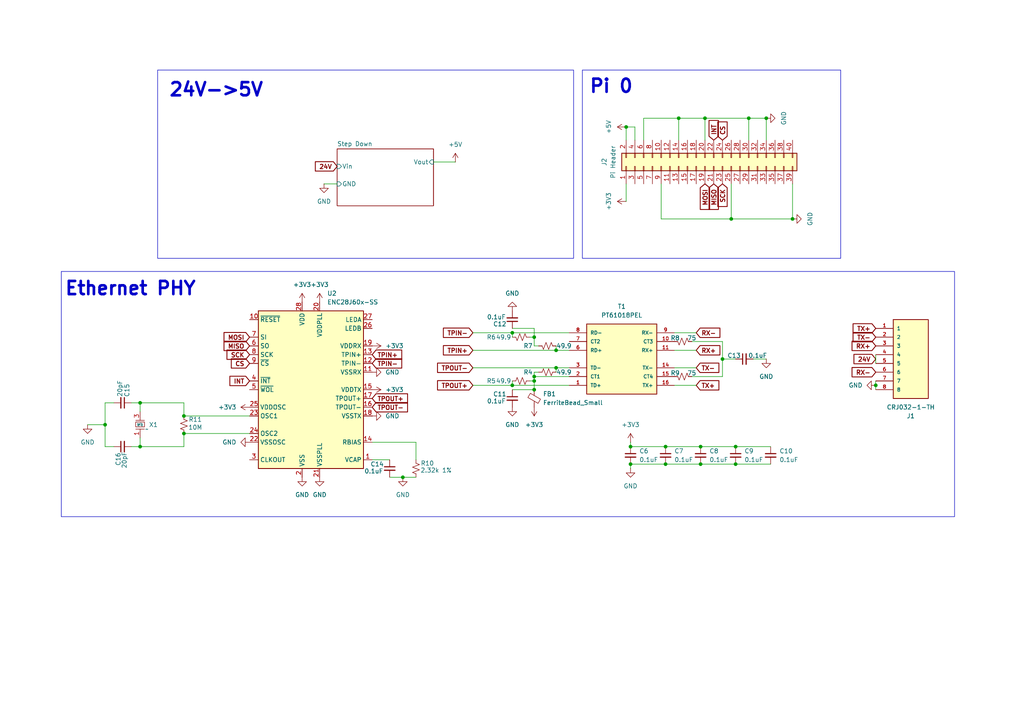
<source format=kicad_sch>
(kicad_sch (version 20231120) (generator "eeschema") (generator_version "8.0")
  (paper "A4")
  (lib_symbols
    (symbol "AusOcean:CRJ032-1-TH" (pin_names (offset 1.016))
      (property "Reference" "J" (at -5.08 11.43 0))
      (property "Value" "CRJ032-1-TH" (at -5.08 -15.24 0))
      (symbol "CRJ032-1-TH_0_0"
        (rectangle (start -5.08 -12.7) (end 5.08 10.16) (stroke (width 0.254)) (fill (type background)))
        (pin passive line (at -10.16 7.62 0) (length 5.08) (name "1") (number "1"))
        (pin passive line (at -10.16 5.08 0) (length 5.08) (name "2") (number "2"))
        (pin passive line (at -10.16 2.54 0) (length 5.08) (name "3") (number "3"))
        (pin passive line (at -10.16 0 0) (length 5.08) (name "4") (number "4"))
        (pin passive line (at -10.16 -2.54 0) (length 5.08) (name "5") (number "5"))
        (pin passive line (at -10.16 -5.08 0) (length 5.08) (name "6") (number "6"))
        (pin passive line (at -10.16 -7.62 0) (length 5.08) (name "7") (number "7"))
        (pin passive line (at -10.16 -10.16 0) (length 5.08) (name "8") (number "8"))
      )
    )
    (symbol "AusOcean:PT61018PEL" (pin_names (offset 1.016))
      (property "Reference" "T" (at -10.16 11.43 0))
      (property "Value" "PT61018PEL" (at -10.1614 -12.7027 0))
      (symbol "PT61018PEL_0_0"
        (rectangle (start -10.16 -10.16) (end 10.16 10.16) (stroke (width 0.254)) (fill (type background)))
        (pin passive line (at -15.24 7.62 0) (length 5.08) (name "TD+") (number "1"))
        (pin passive line (at 15.24 -5.08 180) (length 5.08) (name "CT3") (number "10"))
        (pin passive line (at 15.24 -2.54 180) (length 5.08) (name "RX+") (number "11"))
        (pin passive line (at 15.24 2.54 180) (length 5.08) (name "TX-") (number "14"))
        (pin passive line (at 15.24 5.08 180) (length 5.08) (name "CT4") (number "15"))
        (pin passive line (at 15.24 7.62 180) (length 5.08) (name "TX+") (number "16"))
        (pin passive line (at -15.24 5.08 0) (length 5.08) (name "CT1") (number "2"))
        (pin passive line (at -15.24 2.54 0) (length 5.08) (name "TD-") (number "3"))
        (pin passive line (at -15.24 -2.54 0) (length 5.08) (name "RD+") (number "6"))
        (pin passive line (at -15.24 -5.08 0) (length 5.08) (name "CT2") (number "7"))
        (pin passive line (at -15.24 -7.62 0) (length 5.08) (name "RD-") (number "8"))
        (pin passive line (at 15.24 -7.62 180) (length 5.08) (name "RX-") (number "9"))
      )
    )
    (symbol "AusOcean:X322525MOB4SI"
      (property "Reference" "X" (at 0 0 0))
      (symbol "X322525MOB4SI_0_1"
        (polyline (pts (xy 2.54 3.81) (xy 2.54 1.27)))
        (polyline (pts (xy 5.08 3.81) (xy 5.08 1.27)))
        (rectangle (start 3.1792 3.81) (end 4.6036 1.27))
      )
      (symbol "X322525MOB4SI_1_1"
        (pin bidirectional line (at 0 2.54 0) (length 2.54) (name "1") (number "1"))
        (pin bidirectional line (at 0 -3.81 0) (length 2.54) hide (name "2") (number "2"))
        (pin bidirectional line (at 7.62 2.54 180) (length 2.54) (name "3") (number "3"))
        (pin bidirectional line (at 7.62 -3.81 180) (length 2.54) hide (name "4") (number "4"))
      )
    )
    (symbol "Connector_Generic:Conn_02x20_Odd_Even" (pin_names (offset 1.016) hide)
      (property "Reference" "J" (at 1.27 25.4 0))
      (property "Value" "Conn_02x20_Odd_Even" (at 1.27 -27.94 0))
      (symbol "Conn_02x20_Odd_Even_1_1"
        (rectangle (start -1.27 -25.273) (end 0 -25.527) (stroke (width 0.1524)))
        (rectangle (start -1.27 -22.733) (end 0 -22.987) (stroke (width 0.1524)))
        (rectangle (start -1.27 -20.193) (end 0 -20.447) (stroke (width 0.1524)))
        (rectangle (start -1.27 -17.653) (end 0 -17.907) (stroke (width 0.1524)))
        (rectangle (start -1.27 -15.113) (end 0 -15.367) (stroke (width 0.1524)))
        (rectangle (start -1.27 -12.573) (end 0 -12.827) (stroke (width 0.1524)))
        (rectangle (start -1.27 -10.033) (end 0 -10.287) (stroke (width 0.1524)))
        (rectangle (start -1.27 -7.493) (end 0 -7.747) (stroke (width 0.1524)))
        (rectangle (start -1.27 -4.953) (end 0 -5.207) (stroke (width 0.1524)))
        (rectangle (start -1.27 -2.413) (end 0 -2.667) (stroke (width 0.1524)))
        (rectangle (start -1.27 0.127) (end 0 -0.127) (stroke (width 0.1524)))
        (rectangle (start -1.27 2.667) (end 0 2.413) (stroke (width 0.1524)))
        (rectangle (start -1.27 5.207) (end 0 4.953) (stroke (width 0.1524)))
        (rectangle (start -1.27 7.747) (end 0 7.493) (stroke (width 0.1524)))
        (rectangle (start -1.27 10.287) (end 0 10.033) (stroke (width 0.1524)))
        (rectangle (start -1.27 12.827) (end 0 12.573) (stroke (width 0.1524)))
        (rectangle (start -1.27 15.367) (end 0 15.113) (stroke (width 0.1524)))
        (rectangle (start -1.27 17.907) (end 0 17.653) (stroke (width 0.1524)))
        (rectangle (start -1.27 20.447) (end 0 20.193) (stroke (width 0.1524)))
        (rectangle (start -1.27 22.987) (end 0 22.733) (stroke (width 0.1524)))
        (rectangle (start -1.27 24.13) (end 3.81 -26.67) (stroke (width 0.254)) (fill (type background)))
        (rectangle (start 3.81 -25.273) (end 2.54 -25.527) (stroke (width 0.1524)))
        (rectangle (start 3.81 -22.733) (end 2.54 -22.987) (stroke (width 0.1524)))
        (rectangle (start 3.81 -20.193) (end 2.54 -20.447) (stroke (width 0.1524)))
        (rectangle (start 3.81 -17.653) (end 2.54 -17.907) (stroke (width 0.1524)))
        (rectangle (start 3.81 -15.113) (end 2.54 -15.367) (stroke (width 0.1524)))
        (rectangle (start 3.81 -12.573) (end 2.54 -12.827) (stroke (width 0.1524)))
        (rectangle (start 3.81 -10.033) (end 2.54 -10.287) (stroke (width 0.1524)))
        (rectangle (start 3.81 -7.493) (end 2.54 -7.747) (stroke (width 0.1524)))
        (rectangle (start 3.81 -4.953) (end 2.54 -5.207) (stroke (width 0.1524)))
        (rectangle (start 3.81 -2.413) (end 2.54 -2.667) (stroke (width 0.1524)))
        (rectangle (start 3.81 0.127) (end 2.54 -0.127) (stroke (width 0.1524)))
        (rectangle (start 3.81 2.667) (end 2.54 2.413) (stroke (width 0.1524)))
        (rectangle (start 3.81 5.207) (end 2.54 4.953) (stroke (width 0.1524)))
        (rectangle (start 3.81 7.747) (end 2.54 7.493) (stroke (width 0.1524)))
        (rectangle (start 3.81 10.287) (end 2.54 10.033) (stroke (width 0.1524)))
        (rectangle (start 3.81 12.827) (end 2.54 12.573) (stroke (width 0.1524)))
        (rectangle (start 3.81 15.367) (end 2.54 15.113) (stroke (width 0.1524)))
        (rectangle (start 3.81 17.907) (end 2.54 17.653) (stroke (width 0.1524)))
        (rectangle (start 3.81 20.447) (end 2.54 20.193) (stroke (width 0.1524)))
        (rectangle (start 3.81 22.987) (end 2.54 22.733) (stroke (width 0.1524)))
        (pin passive line (at -5.08 22.86 0) (length 3.81) (name "Pin_1") (number "1"))
        (pin passive line (at 7.62 12.7 180) (length 3.81) (name "Pin_10") (number "10"))
        (pin passive line (at -5.08 10.16 0) (length 3.81) (name "Pin_11") (number "11"))
        (pin passive line (at 7.62 10.16 180) (length 3.81) (name "Pin_12") (number "12"))
        (pin passive line (at -5.08 7.62 0) (length 3.81) (name "Pin_13") (number "13"))
        (pin passive line (at 7.62 7.62 180) (length 3.81) (name "Pin_14") (number "14"))
        (pin passive line (at -5.08 5.08 0) (length 3.81) (name "Pin_15") (number "15"))
        (pin passive line (at 7.62 5.08 180) (length 3.81) (name "Pin_16") (number "16"))
        (pin passive line (at -5.08 2.54 0) (length 3.81) (name "Pin_17") (number "17"))
        (pin passive line (at 7.62 2.54 180) (length 3.81) (name "Pin_18") (number "18"))
        (pin passive line (at -5.08 0 0) (length 3.81) (name "Pin_19") (number "19"))
        (pin passive line (at 7.62 22.86 180) (length 3.81) (name "Pin_2") (number "2"))
        (pin passive line (at 7.62 0 180) (length 3.81) (name "Pin_20") (number "20"))
        (pin passive line (at -5.08 -2.54 0) (length 3.81) (name "Pin_21") (number "21"))
        (pin passive line (at 7.62 -2.54 180) (length 3.81) (name "Pin_22") (number "22"))
        (pin passive line (at -5.08 -5.08 0) (length 3.81) (name "Pin_23") (number "23"))
        (pin passive line (at 7.62 -5.08 180) (length 3.81) (name "Pin_24") (number "24"))
        (pin passive line (at -5.08 -7.62 0) (length 3.81) (name "Pin_25") (number "25"))
        (pin passive line (at 7.62 -7.62 180) (length 3.81) (name "Pin_26") (number "26"))
        (pin passive line (at -5.08 -10.16 0) (length 3.81) (name "Pin_27") (number "27"))
        (pin passive line (at 7.62 -10.16 180) (length 3.81) (name "Pin_28") (number "28"))
        (pin passive line (at -5.08 -12.7 0) (length 3.81) (name "Pin_29") (number "29"))
        (pin passive line (at -5.08 20.32 0) (length 3.81) (name "Pin_3") (number "3"))
        (pin passive line (at 7.62 -12.7 180) (length 3.81) (name "Pin_30") (number "30"))
        (pin passive line (at -5.08 -15.24 0) (length 3.81) (name "Pin_31") (number "31"))
        (pin passive line (at 7.62 -15.24 180) (length 3.81) (name "Pin_32") (number "32"))
        (pin passive line (at -5.08 -17.78 0) (length 3.81) (name "Pin_33") (number "33"))
        (pin passive line (at 7.62 -17.78 180) (length 3.81) (name "Pin_34") (number "34"))
        (pin passive line (at -5.08 -20.32 0) (length 3.81) (name "Pin_35") (number "35"))
        (pin passive line (at 7.62 -20.32 180) (length 3.81) (name "Pin_36") (number "36"))
        (pin passive line (at -5.08 -22.86 0) (length 3.81) (name "Pin_37") (number "37"))
        (pin passive line (at 7.62 -22.86 180) (length 3.81) (name "Pin_38") (number "38"))
        (pin passive line (at -5.08 -25.4 0) (length 3.81) (name "Pin_39") (number "39"))
        (pin passive line (at 7.62 20.32 180) (length 3.81) (name "Pin_4") (number "4"))
        (pin passive line (at 7.62 -25.4 180) (length 3.81) (name "Pin_40") (number "40"))
        (pin passive line (at -5.08 17.78 0) (length 3.81) (name "Pin_5") (number "5"))
        (pin passive line (at 7.62 17.78 180) (length 3.81) (name "Pin_6") (number "6"))
        (pin passive line (at -5.08 15.24 0) (length 3.81) (name "Pin_7") (number "7"))
        (pin passive line (at 7.62 15.24 180) (length 3.81) (name "Pin_8") (number "8"))
        (pin passive line (at -5.08 12.7 0) (length 3.81) (name "Pin_9") (number "9"))
      )
    )
    (symbol "Device:C_Small" (pin_numbers hide) (pin_names (offset 0.254) hide)
      (property "Reference" "C" (at 0.254 1.778 0))
      (property "Value" "C_Small" (at 0.254 -2.032 0))
      (symbol "C_Small_0_1"
        (polyline (pts (xy -1.524 -0.508) (xy 1.524 -0.508)) (stroke (width 0.3302)))
        (polyline (pts (xy -1.524 0.508) (xy 1.524 0.508)) (stroke (width 0.3048)))
      )
      (symbol "C_Small_1_1"
        (pin passive line (at 0 2.54 270) (length 2.032) (name "~") (number "1"))
        (pin passive line (at 0 -2.54 90) (length 2.032) (name "~") (number "2"))
      )
    )
    (symbol "Device:FerriteBead_Small" (pin_numbers hide) (pin_names (offset 0))
      (property "Reference" "FB" (at 1.905 1.27 0))
      (property "Value" "FerriteBead_Small" (at 1.905 -1.27 0))
      (symbol "FerriteBead_Small_0_1"
        (polyline (pts (xy 0 -1.27) (xy 0 -0.7874)))
        (polyline (pts (xy 0 0.889) (xy 0 1.2954)))
        (polyline (pts (xy -1.8288 0.2794) (xy -1.1176 1.4986) (xy 1.8288 -0.2032) (xy 1.1176 -1.4224) (xy -1.8288 0.2794)))
      )
      (symbol "FerriteBead_Small_1_1"
        (pin passive line (at 0 2.54 270) (length 1.27) (name "~") (number "1"))
        (pin passive line (at 0 -2.54 90) (length 1.27) (name "~") (number "2"))
      )
    )
    (symbol "Device:R_Small_US" (pin_numbers hide) (pin_names (offset 0.254) hide)
      (property "Reference" "R" (at 0.762 0.508 0))
      (property "Value" "R_Small_US" (at 0.762 -1.016 0))
      (symbol "R_Small_US_1_1"
        (polyline (pts (xy 0 0) (xy 1.016 -0.381) (xy 0 -0.762) (xy -1.016 -1.143) (xy 0 -1.524)))
        (polyline (pts (xy 0 1.524) (xy 1.016 1.143) (xy 0 0.762) (xy -1.016 0.381) (xy 0 0)))
        (pin passive line (at 0 2.54 270) (length 1.016) (name "~") (number "1"))
        (pin passive line (at 0 -2.54 90) (length 1.016) (name "~") (number "2"))
      )
    )
    (symbol "Interface_Ethernet:ENC28J60x-SS"
      (property "Reference" "U" (at -13.97 24.13 0))
      (property "Value" "ENC28J60x-SS" (at 5.08 24.13 0))
      (symbol "ENC28J60x-SS_0_1"
        (rectangle (start -15.24 22.86) (end 15.24 -22.86) (stroke (width 0.254)) (fill (type background)))
      )
      (symbol "ENC28J60x-SS_1_1"
        (pin input line (at 17.78 -20.32 180) (length 2.54) (name "VCAP") (number "1"))
        (pin input line (at -17.78 20.32 0) (length 2.54) (name "~{RESET}") (number "10"))
        (pin power_in line (at 17.78 5.08 180) (length 2.54) (name "VSSRX") (number "11"))
        (pin input line (at 17.78 7.62 180) (length 2.54) (name "TPIN-") (number "12"))
        (pin input line (at 17.78 10.16 180) (length 2.54) (name "TPIN+") (number "13"))
        (pin input line (at 17.78 -15.24 180) (length 2.54) (name "RBIAS") (number "14"))
        (pin power_in line (at 17.78 0 180) (length 2.54) (name "VDDTX") (number "15"))
        (pin output line (at 17.78 -5.08 180) (length 2.54) (name "TPOUT-") (number "16"))
        (pin output line (at 17.78 -2.54 180) (length 2.54) (name "TPOUT+") (number "17"))
        (pin power_in line (at 17.78 -7.62 180) (length 2.54) (name "VSSTX") (number "18"))
        (pin power_in line (at 17.78 12.7 180) (length 2.54) (name "VDDRX") (number "19"))
        (pin power_in line (at -2.54 -25.4 90) (length 2.54) (name "VSS") (number "2"))
        (pin power_in line (at 2.54 25.4 270) (length 2.54) (name "VDDPLL") (number "20"))
        (pin power_in line (at 2.54 -25.4 90) (length 2.54) (name "VSSPLL") (number "21"))
        (pin power_in line (at -17.78 -15.24 0) (length 2.54) (name "VSSOSC") (number "22"))
        (pin input line (at -17.78 -7.62 0) (length 2.54) (name "OSC1") (number "23"))
        (pin input line (at -17.78 -12.7 0) (length 2.54) (name "OSC2") (number "24"))
        (pin power_in line (at -17.78 -5.08 0) (length 2.54) (name "VDDOSC") (number "25"))
        (pin output line (at 17.78 17.78 180) (length 2.54) (name "LEDB") (number "26"))
        (pin output line (at 17.78 20.32 180) (length 2.54) (name "LEDA") (number "27"))
        (pin power_in line (at -2.54 25.4 270) (length 2.54) (name "VDD") (number "28"))
        (pin output line (at -17.78 -20.32 0) (length 2.54) (name "CLKOUT") (number "3"))
        (pin output line (at -17.78 2.54 0) (length 2.54) (name "~{INT}") (number "4"))
        (pin output line (at -17.78 0 0) (length 2.54) (name "~{WOL}") (number "5"))
        (pin output line (at -17.78 12.7 0) (length 2.54) (name "SO") (number "6"))
        (pin input line (at -17.78 15.24 0) (length 2.54) (name "SI") (number "7"))
        (pin input line (at -17.78 10.16 0) (length 2.54) (name "SCK") (number "8"))
        (pin input line (at -17.78 7.62 0) (length 2.54) (name "~{CS}") (number "9"))
      )
    )
    (symbol "power:+3V3" (power) (pin_numbers hide) (pin_names (offset 0) hide)
      (property "Value" "+3V3" (at 0 3.556 0))
      (symbol "+3V3_0_1"
        (polyline (pts (xy -0.762 1.27) (xy 0 2.54)))
        (polyline (pts (xy 0 0) (xy 0 2.54)))
        (polyline (pts (xy 0 2.54) (xy 0.762 1.27)))
      )
      (symbol "+3V3_1_1"
        (pin power_in line (at 0 0 90) (length 0) (name "~") (number "1"))
      )
    )
    (symbol "power:+5V" (power) (pin_numbers hide) (pin_names (offset 0) hide)
      (property "Value" "+5V" (at 0 3.556 0))
      (symbol "+5V_0_1"
        (polyline (pts (xy -0.762 1.27) (xy 0 2.54)))
        (polyline (pts (xy 0 0) (xy 0 2.54)))
        (polyline (pts (xy 0 2.54) (xy 0.762 1.27)))
      )
      (symbol "+5V_1_1"
        (pin power_in line (at 0 0 90) (length 0) (name "~") (number "1"))
      )
    )
    (symbol "power:GND" (power) (pin_numbers hide) (pin_names (offset 0) hide)
      (property "Value" "GND" (at 0 -3.81 0))
      (symbol "GND_0_1"
        (polyline (pts (xy 0 0) (xy 0 -1.27) (xy 1.27 -1.27) (xy 0 -2.54) (xy -1.27 -1.27) (xy 0 -1.27)))
      )
      (symbol "GND_1_1"
        (pin power_in line (at 0 0 270) (length 0) (name "~") (number "1"))
      )
    )
  )
  (junction (at 40.64 116.84))
  (junction (at 40.64 129.54))
  (junction (at 209.55 104.14))
  (junction (at 217.17 34.29))
  (junction (at 154.94 97.79))
  (junction (at 203.2 134.62))
  (junction (at 53.34 120.65))
  (junction (at 148.59 96.52))
  (junction (at 229.87 63.5))
  (junction (at 182.88 129.54))
  (junction (at 154.94 110.49))
  (junction (at 161.29 101.6))
  (junction (at 148.59 111.76))
  (junction (at 213.36 134.62))
  (junction (at 193.04 129.54))
  (junction (at 213.36 129.54))
  (junction (at 203.2 129.54))
  (junction (at 53.34 125.73))
  (junction (at 204.47 34.29))
  (junction (at 182.88 134.62))
  (junction (at 181.61 36.83))
  (junction (at 116.84 138.43))
  (junction (at 154.94 109.22))
  (junction (at 30.48 123.19))
  (junction (at 196.85 34.29))
  (junction (at 212.09 63.5))
  (junction (at 161.29 106.68))
  (junction (at 193.04 134.62))
  (junction (at 154.94 113.03))
  (junction (at 254 111.76))
  (junction (at 222.25 34.29))
  (wire (pts (xy 107.95 128.27) (xy 120.65 128.27)))
  (wire (pts (xy 196.85 34.29) (xy 204.47 34.29)))
  (wire (pts (xy 137.16 106.68) (xy 161.29 106.68)))
  (wire (pts (xy 161.29 101.6) (xy 165.1 101.6)))
  (wire (pts (xy 154.94 97.79) (xy 154.94 100.33)))
  (wire (pts (xy 229.87 63.5) (xy 229.87 53.34)))
  (wire (pts (xy 196.85 40.64) (xy 196.85 34.29)))
  (wire (pts (xy 191.77 63.5) (xy 212.09 63.5)))
  (wire (pts (xy 204.47 40.64) (xy 204.47 34.29)))
  (wire (pts (xy 120.65 128.27) (xy 120.65 133.35)))
  (wire (pts (xy 181.61 58.42) (xy 181.61 53.34)))
  (wire (pts (xy 137.16 111.76) (xy 148.59 111.76)))
  (wire (pts (xy 212.09 63.5) (xy 212.09 53.34)))
  (wire (pts (xy 161.29 106.68) (xy 165.1 106.68)))
  (wire (pts (xy 154.94 100.33) (xy 156.21 100.33)))
  (wire (pts (xy 40.64 129.54) (xy 53.34 129.54)))
  (wire (pts (xy 137.16 101.6) (xy 161.29 101.6)))
  (wire (pts (xy 38.1 129.54) (xy 40.64 129.54)))
  (wire (pts (xy 184.15 36.83) (xy 181.61 36.83)))
  (wire (pts (xy 161.29 106.68) (xy 161.29 107.95)))
  (wire (pts (xy 154.94 113.03) (xy 154.94 110.49)))
  (wire (pts (xy 53.34 120.65) (xy 72.39 120.65)))
  (wire (pts (xy 222.25 104.14) (xy 218.44 104.14)))
  (wire (pts (xy 209.55 109.22) (xy 200.66 109.22)))
  (wire (pts (xy 193.04 129.54) (xy 203.2 129.54)))
  (wire (pts (xy 200.66 99.06) (xy 209.55 99.06)))
  (wire (pts (xy 154.94 109.22) (xy 165.1 109.22)))
  (wire (pts (xy 203.2 129.54) (xy 213.36 129.54)))
  (wire (pts (xy 148.59 96.52) (xy 165.1 96.52)))
  (wire (pts (xy 40.64 116.84) (xy 40.64 119.38)))
  (wire (pts (xy 184.15 40.64) (xy 184.15 36.83)))
  (wire (pts (xy 186.69 40.64) (xy 186.69 34.29)))
  (wire (pts (xy 213.36 134.62) (xy 223.52 134.62)))
  (wire (pts (xy 154.94 107.95) (xy 156.21 107.95)))
  (wire (pts (xy 93.98 53.34) (xy 97.79 53.34)))
  (wire (pts (xy 116.84 138.43) (xy 120.65 138.43)))
  (wire (pts (xy 209.55 104.14) (xy 209.55 109.22)))
  (wire (pts (xy 181.61 40.64) (xy 181.61 36.83)))
  (wire (pts (xy 113.03 138.43) (xy 116.84 138.43)))
  (wire (pts (xy 30.48 129.54) (xy 33.02 129.54)))
  (wire (pts (xy 153.67 97.79) (xy 154.94 97.79)))
  (wire (pts (xy 217.17 34.29) (xy 222.25 34.29)))
  (wire (pts (xy 195.58 101.6) (xy 201.93 101.6)))
  (wire (pts (xy 191.77 53.34) (xy 191.77 63.5)))
  (wire (pts (xy 182.88 135.89) (xy 182.88 134.62)))
  (wire (pts (xy 154.94 95.25) (xy 154.94 97.79)))
  (wire (pts (xy 209.55 104.14) (xy 213.36 104.14)))
  (wire (pts (xy 195.58 106.68) (xy 201.93 106.68)))
  (wire (pts (xy 254 113.03) (xy 254 111.76)))
  (wire (pts (xy 30.48 116.84) (xy 33.02 116.84)))
  (wire (pts (xy 148.59 111.76) (xy 165.1 111.76)))
  (wire (pts (xy 201.93 96.52) (xy 195.58 96.52)))
  (wire (pts (xy 38.1 116.84) (xy 40.64 116.84)))
  (wire (pts (xy 154.94 110.49) (xy 154.94 109.22)))
  (wire (pts (xy 148.59 96.52) (xy 148.59 97.79)))
  (wire (pts (xy 212.09 63.5) (xy 229.87 63.5)))
  (wire (pts (xy 161.29 101.6) (xy 161.29 100.33)))
  (wire (pts (xy 195.58 111.76) (xy 201.93 111.76)))
  (wire (pts (xy 53.34 116.84) (xy 53.34 120.65)))
  (wire (pts (xy 107.95 133.35) (xy 113.03 133.35)))
  (wire (pts (xy 72.39 125.73) (xy 53.34 125.73)))
  (wire (pts (xy 182.88 129.54) (xy 193.04 129.54)))
  (wire (pts (xy 222.25 40.64) (xy 222.25 34.29)))
  (wire (pts (xy 209.55 99.06) (xy 209.55 104.14)))
  (wire (pts (xy 148.59 111.76) (xy 148.59 110.49)))
  (wire (pts (xy 193.04 134.62) (xy 203.2 134.62)))
  (wire (pts (xy 148.59 95.25) (xy 154.94 95.25)))
  (wire (pts (xy 186.69 34.29) (xy 196.85 34.29)))
  (wire (pts (xy 125.73 46.99) (xy 132.08 46.99)))
  (wire (pts (xy 182.88 134.62) (xy 193.04 134.62)))
  (wire (pts (xy 30.48 123.19) (xy 30.48 129.54)))
  (wire (pts (xy 254 111.76) (xy 254 110.49)))
  (wire (pts (xy 204.47 34.29) (xy 217.17 34.29)))
  (wire (pts (xy 217.17 40.64) (xy 217.17 34.29)))
  (wire (pts (xy 137.16 96.52) (xy 148.59 96.52)))
  (wire (pts (xy 154.94 109.22) (xy 154.94 107.95)))
  (wire (pts (xy 213.36 129.54) (xy 223.52 129.54)))
  (wire (pts (xy 153.67 110.49) (xy 154.94 110.49)))
  (wire (pts (xy 25.4 123.19) (xy 30.48 123.19)))
  (wire (pts (xy 182.88 128.27) (xy 182.88 129.54)))
  (wire (pts (xy 30.48 116.84) (xy 30.48 123.19)))
  (wire (pts (xy 53.34 125.73) (xy 53.34 129.54)))
  (wire (pts (xy 40.64 116.84) (xy 53.34 116.84)))
  (wire (pts (xy 203.2 134.62) (xy 213.36 134.62)))
  (wire (pts (xy 254 105.41) (xy 254 102.87)))
  (wire (pts (xy 40.64 127) (xy 40.64 129.54)))
  (wire (pts (xy 148.59 113.03) (xy 154.94 113.03)))
  (rectangle (start 168.91 20.32) (end 243.84 74.93))
  (rectangle (start 45.72 20.32) (end 166.37 74.93))
  (rectangle (start 17.78 78.74) (end 276.86 149.86))
  (text "24V->5V\n" (at 62.738 26.162 0) (effects (font (size 3.81 3.81) (thickness 0.762) (bold yes))))
  (text "Ethernet PHY" (at 37.846 83.82 0) (effects (font (size 3.81 3.81) (thickness 0.762) (bold yes))))
  (text "Pi 0" (at 177.292 25.146 0) (effects (font (size 3.81 3.81) (thickness 0.762) (bold yes))))
  (global_label "RX-" (shape input) (at 201.93 96.52 0) (effects (font (bold yes))) (property "Intersheetrefs" "${INTERSHEET_REFS}" (effects (hide yes))))
  (global_label "TPOUT-" (shape input) (at 107.95 118.11 0) (effects (font (bold yes))) (property "Intersheetrefs" "${INTERSHEET_REFS}" (effects (hide yes))))
  (global_label "SCK" (shape input) (at 72.39 102.87 180) (effects (font (bold yes))) (property "Intersheetrefs" "${INTERSHEET_REFS}" (effects (hide yes))))
  (global_label "24V" (shape input) (at 97.79 48.26 180) (effects (font (bold yes))) (property "Intersheetrefs" "${INTERSHEET_REFS}" (effects (hide yes))))
  (global_label "INT" (shape input) (at 72.39 110.49 180) (effects (font (bold yes))) (property "Intersheetrefs" "${INTERSHEET_REFS}" (effects (hide yes))))
  (global_label "INT" (shape input) (at 207.01 40.64 90) (effects (font (bold yes))) (property "Intersheetrefs" "${INTERSHEET_REFS}" (effects (hide yes))))
  (global_label "RX+" (shape input) (at 254 100.33 180) (effects (font (bold yes))) (property "Intersheetrefs" "${INTERSHEET_REFS}" (effects (hide yes))))
  (global_label "TPOUT+" (shape input) (at 137.16 111.76 180) (effects (font (bold yes))) (property "Intersheetrefs" "${INTERSHEET_REFS}" (effects (hide yes))))
  (global_label "SCK" (shape input) (at 209.55 53.34 270) (effects (font (bold yes))) (property "Intersheetrefs" "${INTERSHEET_REFS}" (effects (hide yes))))
  (global_label "TX-" (shape input) (at 254 97.79 180) (effects (font (bold yes))) (property "Intersheetrefs" "${INTERSHEET_REFS}" (effects (hide yes))))
  (global_label "RX+" (shape input) (at 201.93 101.6 0) (effects (font (bold yes))) (property "Intersheetrefs" "${INTERSHEET_REFS}" (effects (hide yes))))
  (global_label "TPIN-" (shape input) (at 107.95 105.41 0) (effects (font (bold yes))) (property "Intersheetrefs" "${INTERSHEET_REFS}" (effects (hide yes))))
  (global_label "MISO" (shape input) (at 72.39 100.33 180) (effects (font (bold yes))) (property "Intersheetrefs" "${INTERSHEET_REFS}" (effects (hide yes))))
  (global_label "TX+" (shape input) (at 201.93 111.76 0) (effects (font (bold yes))) (property "Intersheetrefs" "${INTERSHEET_REFS}" (effects (hide yes))))
  (global_label "TX+" (shape input) (at 254 95.25 180) (effects (font (bold yes))) (property "Intersheetrefs" "${INTERSHEET_REFS}" (effects (hide yes))))
  (global_label "24V" (shape input) (at 254 104.14 180) (effects (font (bold yes))) (property "Intersheetrefs" "${INTERSHEET_REFS}" (effects (hide yes))))
  (global_label "CS" (shape input) (at 209.55 40.64 90) (effects (font (bold yes))) (property "Intersheetrefs" "${INTERSHEET_REFS}" (effects (hide yes))))
  (global_label "MOSI" (shape input) (at 204.47 53.34 270) (effects (font (bold yes))) (property "Intersheetrefs" "${INTERSHEET_REFS}" (effects (hide yes))))
  (global_label "TPOUT-" (shape input) (at 137.16 106.68 180) (effects (font (bold yes))) (property "Intersheetrefs" "${INTERSHEET_REFS}" (effects (hide yes))))
  (global_label "RX-" (shape input) (at 254 107.95 180) (effects (font (bold yes))) (property "Intersheetrefs" "${INTERSHEET_REFS}" (effects (hide yes))))
  (global_label "TPOUT+" (shape input) (at 107.95 115.57 0) (effects (font (bold yes))) (property "Intersheetrefs" "${INTERSHEET_REFS}" (effects (hide yes))))
  (global_label "TX-" (shape input) (at 201.93 106.68 0) (effects (font (bold yes))) (property "Intersheetrefs" "${INTERSHEET_REFS}" (effects (hide yes))))
  (global_label "TPIN-" (shape input) (at 137.16 96.52 180) (effects (font (bold yes))) (property "Intersheetrefs" "${INTERSHEET_REFS}" (effects (hide yes))))
  (global_label "CS" (shape input) (at 72.39 105.41 180) (effects (font (bold yes))) (property "Intersheetrefs" "${INTERSHEET_REFS}" (effects (hide yes))))
  (global_label "TPIN+" (shape input) (at 137.16 101.6 180) (effects (font (bold yes))) (property "Intersheetrefs" "${INTERSHEET_REFS}" (effects (hide yes))))
  (global_label "TPIN+" (shape input) (at 107.95 102.87 0) (effects (font (bold yes))) (property "Intersheetrefs" "${INTERSHEET_REFS}" (effects (hide yes))))
  (global_label "MISO" (shape input) (at 207.01 53.34 270) (effects (font (bold yes))) (property "Intersheetrefs" "${INTERSHEET_REFS}" (effects (hide yes))))
  (global_label "MOSI" (shape input) (at 72.39 97.79 180) (effects (font (bold yes))) (property "Intersheetrefs" "${INTERSHEET_REFS}" (effects (hide yes))))
  (symbol (lib_id "Device:R_Small_US") (at 198.12 109.22 90) (mirror x) (unit 1)
    (property "Reference" "R9" (at 195.834 108.204 90))
    (property "Value" "75" (at 200.66 108.204 90))
    (property "Footprint" "Resistor_SMD:R_0201_0603Metric" (effects (hide yes)))
    (property "Description" "Resistor, small US symbol" (effects (hide yes)))
  )
  (symbol (lib_id "AusOcean:X322525MOB4SI") (at 43.18 127 90) (unit 1)
    (property "Reference" "X1" (at 43.18 123.19 90) (effects (justify right)))
    (property "Value" "~" (at 43.18 124.46 90) (effects (justify left)))
    (property "Footprint" "AusOcean:X322525MOB4SI" (effects (hide yes)))
  )
  (symbol (lib_id "power:+5V") (at 181.61 36.83 90) (unit 1)
    (property "Reference" "#PWR01" (effects (hide yes)))
    (property "Value" "+5V" (at 176.53 36.83 0))
    (property "Description" "Power symbol creates a global label with name \"+5V\"" (effects (hide yes)))
  )
  (symbol (lib_id "Device:C_Small") (at 35.56 129.54 90) (unit 1)
    (property "Reference" "C16" (at 34.29 135.128 0) (effects (justify left)))
    (property "Value" "20pF" (at 36.068 135.89 0) (effects (justify left)))
    (property "Footprint" "Capacitor_SMD:C_0201_0603Metric" (effects (hide yes)))
    (property "Description" "Unpolarized capacitor, small symbol" (effects (hide yes)))
  )
  (symbol (lib_id "Device:R_Small_US") (at 198.12 99.06 90) (mirror x) (unit 1)
    (property "Reference" "R8" (at 195.834 98.044 90))
    (property "Value" "75" (at 200.66 98.044 90))
    (property "Footprint" "Resistor_SMD:R_0201_0603Metric" (effects (hide yes)))
    (property "Description" "Resistor, small US symbol" (effects (hide yes)))
  )
  (symbol (lib_id "power:+3V3") (at 87.63 87.63 0) (unit 1)
    (property "Reference" "#PWR019" (effects (hide yes)))
    (property "Value" "+3V3" (at 87.63 82.55 0))
    (property "Description" "Power symbol creates a global label with name \"+3V3\"" (effects (hide yes)))
  )
  (symbol (lib_id "Device:C_Small") (at 203.2 132.08 0) (unit 1)
    (property "Reference" "C8" (at 205.74 130.8162 0) (effects (justify left)))
    (property "Value" "0.1uF" (at 205.74 133.3562 0) (effects (justify left)))
    (property "Footprint" "Capacitor_SMD:C_0201_0603Metric" (effects (hide yes)))
    (property "Description" "Unpolarized capacitor, small symbol" (effects (hide yes)))
  )
  (symbol (lib_id "power:GND") (at 116.84 138.43 0) (unit 1)
    (property "Reference" "#PWR030" (effects (hide yes)))
    (property "Value" "GND" (at 116.84 143.51 0))
    (property "Description" "Power symbol creates a global label with name \"GND\" , ground" (effects (hide yes)))
  )
  (symbol (lib_id "power:GND") (at 87.63 138.43 0) (unit 1)
    (property "Reference" "#PWR013" (effects (hide yes)))
    (property "Value" "GND" (at 87.63 143.51 0))
    (property "Description" "Power symbol creates a global label with name \"GND\" , ground" (effects (hide yes)))
  )
  (symbol (lib_id "power:GND") (at 182.88 135.89 0) (unit 1)
    (property "Reference" "#PWR025" (effects (hide yes)))
    (property "Value" "GND" (at 182.88 140.97 0))
    (property "Description" "Power symbol creates a global label with name \"GND\" , ground" (effects (hide yes)))
  )
  (symbol (lib_id "Device:FerriteBead_Small") (at 154.94 115.57 0) (unit 1)
    (property "Reference" "FB1" (at 157.48 114.2618 0) (effects (justify left)))
    (property "Value" "FerriteBead_Small" (at 157.48 116.8018 0) (effects (justify left)))
    (property "Footprint" "Resistor_SMD:R_0603_1608Metric" (effects (hide yes)))
    (property "Description" "Ferrite bead, small symbol" (effects (hide yes)))
  )
  (symbol (lib_id "power:GND") (at 222.25 104.14 0) (unit 1)
    (property "Reference" "#PWR04" (effects (hide yes)))
    (property "Value" "GND" (at 222.25 109.22 0))
    (property "Description" "Power symbol creates a global label with name \"GND\" , ground" (effects (hide yes)))
  )
  (symbol (lib_id "Device:R_Small_US") (at 151.13 97.79 90) (mirror x) (unit 1)
    (property "Reference" "R6" (at 142.494 97.79 90))
    (property "Value" "49.9" (at 146.05 97.79 90))
    (property "Footprint" "Resistor_SMD:R_0201_0603Metric" (effects (hide yes)))
    (property "Description" "Resistor, small US symbol" (effects (hide yes)))
  )
  (symbol (lib_id "power:GND") (at 72.39 128.27 270) (unit 1)
    (property "Reference" "#PWR016" (effects (hide yes)))
    (property "Value" "GND" (at 68.58 128.2699 90) (effects (justify right)))
    (property "Description" "Power symbol creates a global label with name \"GND\" , ground" (effects (hide yes)))
  )
  (symbol (lib_id "Device:R_Small_US") (at 151.13 110.49 90) (unit 1)
    (property "Reference" "R5" (at 142.494 110.49 90))
    (property "Value" "49.9" (at 146.05 110.49 90))
    (property "Footprint" "Resistor_SMD:R_0201_0603Metric" (effects (hide yes)))
    (property "Description" "Resistor, small US symbol" (effects (hide yes)))
  )
  (symbol (lib_id "Device:R_Small_US") (at 158.75 107.95 90) (unit 1)
    (property "Reference" "R4" (at 153.162 107.95 90))
    (property "Value" "49.9" (at 163.576 107.95 90))
    (property "Footprint" "Resistor_SMD:R_0201_0603Metric" (effects (hide yes)))
    (property "Description" "Resistor, small US symbol" (effects (hide yes)))
  )
  (symbol (lib_id "Interface_Ethernet:ENC28J60x-SS") (at 90.17 113.03 0) (unit 1)
    (property "Reference" "U2" (at 94.9041 85.09 0) (effects (justify left)))
    (property "Value" "ENC28J60x-SS" (at 94.9041 87.63 0) (effects (justify left)))
    (property "Footprint" "Package_SO:SSOP-28_5.3x10.2mm_P0.65mm" (effects (hide yes)))
    (property "Datasheet" "http://ww1.microchip.com/downloads/en/devicedoc/39662e.pdf" (effects (hide yes)))
    (property "Description" "ENC28J60 Single Chip Ethernet Interface, SSOP-28" (effects (hide yes)))
  )
  (symbol (lib_id "power:+3V3") (at 107.95 113.03 270) (unit 1)
    (property "Reference" "#PWR022" (effects (hide yes)))
    (property "Value" "+3V3" (at 111.76 113.0299 90) (effects (justify left)))
    (property "Description" "Power symbol creates a global label with name \"+3V3\"" (effects (hide yes)))
  )
  (symbol (lib_id "Device:R_Small_US") (at 158.75 100.33 90) (mirror x) (unit 1)
    (property "Reference" "R7" (at 153.162 100.33 90))
    (property "Value" "49.9" (at 163.576 100.33 90))
    (property "Footprint" "Resistor_SMD:R_0201_0603Metric" (effects (hide yes)))
    (property "Description" "Resistor, small US symbol" (effects (hide yes)))
  )
  (symbol (lib_id "Device:C_Small") (at 35.56 116.84 270) (unit 1)
    (property "Reference" "C15" (at 36.83 111.252 0) (effects (justify left)))
    (property "Value" "20pF" (at 34.798 110.236 0) (effects (justify left)))
    (property "Footprint" "Capacitor_SMD:C_0201_0603Metric" (effects (hide yes)))
    (property "Description" "Unpolarized capacitor, small symbol" (effects (hide yes)))
  )
  (symbol (lib_id "power:GND") (at 148.59 90.17 0) (mirror x) (unit 1)
    (property "Reference" "#PWR028" (effects (hide yes)))
    (property "Value" "GND" (at 148.59 85.09 0))
    (property "Description" "Power symbol creates a global label with name \"GND\" , ground" (effects (hide yes)))
  )
  (symbol (lib_id "power:GND") (at 229.87 63.5 90) (unit 1)
    (property "Reference" "#PWR03" (effects (hide yes)))
    (property "Value" "GND" (at 234.95 63.5 0))
    (property "Description" "Power symbol creates a global label with name \"GND\" , ground" (effects (hide yes)))
  )
  (symbol (lib_id "power:GND") (at 93.98 53.34 0) (unit 1)
    (property "Reference" "#PWR032" (effects (hide yes)))
    (property "Value" "GND" (at 93.98 58.42 0))
    (property "Description" "Power symbol creates a global label with name \"GND\" , ground" (effects (hide yes)))
  )
  (symbol (lib_id "power:+5V") (at 132.08 46.99 0) (unit 1)
    (property "Reference" "#PWR033" (effects (hide yes)))
    (property "Value" "+5V" (at 132.08 41.91 0))
    (property "Description" "Power symbol creates a global label with name \"+5V\"" (effects (hide yes)))
  )
  (symbol (lib_id "Device:C_Small") (at 148.59 115.57 0) (unit 1)
    (property "Reference" "C11" (at 143.002 114.3 0) (effects (justify left)))
    (property "Value" "0.1uF" (at 141.224 116.332 0) (effects (justify left)))
    (property "Footprint" "Capacitor_SMD:C_0201_0603Metric" (effects (hide yes)))
    (property "Description" "Unpolarized capacitor, small symbol" (effects (hide yes)))
  )
  (symbol (lib_id "Device:C_Small") (at 223.52 132.08 0) (unit 1)
    (property "Reference" "C10" (at 226.06 130.8162 0) (effects (justify left)))
    (property "Value" "0.1uF" (at 226.06 133.3562 0) (effects (justify left)))
    (property "Footprint" "Capacitor_SMD:C_0201_0603Metric" (effects (hide yes)))
    (property "Description" "Unpolarized capacitor, small symbol" (effects (hide yes)))
  )
  (symbol (lib_id "Device:C_Small") (at 193.04 132.08 0) (unit 1)
    (property "Reference" "C7" (at 195.58 130.8162 0) (effects (justify left)))
    (property "Value" "0.1uF" (at 195.58 133.3562 0) (effects (justify left)))
    (property "Footprint" "Capacitor_SMD:C_0201_0603Metric" (effects (hide yes)))
    (property "Description" "Unpolarized capacitor, small symbol" (effects (hide yes)))
  )
  (symbol (lib_id "power:GND") (at 107.95 107.95 90) (unit 1)
    (property "Reference" "#PWR014" (effects (hide yes)))
    (property "Value" "GND" (at 111.76 107.9499 90) (effects (justify right)))
    (property "Description" "Power symbol creates a global label with name \"GND\" , ground" (effects (hide yes)))
  )
  (symbol (lib_id "Device:C_Small") (at 148.59 92.71 0) (mirror x) (unit 1)
    (property "Reference" "C12" (at 143.002 93.98 0) (effects (justify left)))
    (property "Value" "0.1uF" (at 141.224 91.948 0) (effects (justify left)))
    (property "Footprint" "Capacitor_SMD:C_0201_0603Metric" (effects (hide yes)))
    (property "Description" "Unpolarized capacitor, small symbol" (effects (hide yes)))
  )
  (symbol (lib_id "AusOcean:PT61018PEL") (at 180.34 104.14 0) (mirror x) (unit 1)
    (property "Reference" "T1" (at 180.34 88.9 0))
    (property "Value" "PT61018PEL" (at 180.34 91.44 0))
    (property "Footprint" "AusOcean:XFMR_PT61018PEL" (effects (hide yes)))
    (property "PARTREV" "05/14" (effects (hide yes)))
    (property "STANDARD" "Manufacturer Recommendations" (effects (hide yes)))
    (property "MAXIMUM_PACKAGE_HEIGHT" "5.65 mm" (effects (hide yes)))
    (property "MANUFACTURER" "Bourns" (effects (hide yes)))
  )
  (symbol (lib_id "Device:C_Small") (at 182.88 132.08 0) (unit 1)
    (property "Reference" "C6" (at 185.42 130.8162 0) (effects (justify left)))
    (property "Value" "0.1uF" (at 185.42 133.3562 0) (effects (justify left)))
    (property "Footprint" "Capacitor_SMD:C_0201_0603Metric" (effects (hide yes)))
    (property "Description" "Unpolarized capacitor, small symbol" (effects (hide yes)))
  )
  (symbol (lib_id "power:GND") (at 148.59 118.11 0) (unit 1)
    (property "Reference" "#PWR027" (effects (hide yes)))
    (property "Value" "GND" (at 148.59 123.19 0))
    (property "Description" "Power symbol creates a global label with name \"GND\" , ground" (effects (hide yes)))
  )
  (symbol (lib_id "Device:C_Small") (at 215.9 104.14 90) (unit 1)
    (property "Reference" "C13" (at 214.884 103.124 90) (effects (justify left)))
    (property "Value" "0.1uF" (at 222.504 103.124 90) (effects (justify left)))
    (property "Footprint" "Capacitor_SMD:C_0201_0603Metric" (effects (hide yes)))
    (property "Description" "Unpolarized capacitor, small symbol" (effects (hide yes)))
  )
  (symbol (lib_id "power:GND") (at 254 111.76 270) (unit 1)
    (property "Reference" "#PWR029" (effects (hide yes)))
    (property "Value" "GND" (at 250.19 111.7601 90) (effects (justify right)))
    (property "Description" "Power symbol creates a global label with name \"GND\" , ground" (effects (hide yes)))
  )
  (symbol (lib_id "power:+3V3") (at 107.95 100.33 270) (unit 1)
    (property "Reference" "#PWR021" (effects (hide yes)))
    (property "Value" "+3V3" (at 111.76 100.3299 90) (effects (justify left)))
    (property "Description" "Power symbol creates a global label with name \"+3V3\"" (effects (hide yes)))
  )
  (symbol (lib_id "Device:R_Small_US") (at 120.65 135.89 180) (unit 1)
    (property "Reference" "R10" (at 123.952 134.366 0))
    (property "Value" "2.32k 1%" (at 126.492 136.398 0))
    (property "Footprint" "Resistor_SMD:R_0201_0603Metric" (effects (hide yes)))
    (property "Description" "Resistor, small US symbol" (effects (hide yes)))
  )
  (symbol (lib_id "power:+3V3") (at 182.88 128.27 0) (unit 1)
    (property "Reference" "#PWR024" (effects (hide yes)))
    (property "Value" "+3V3" (at 182.88 123.19 0))
    (property "Description" "Power symbol creates a global label with name \"+3V3\"" (effects (hide yes)))
  )
  (symbol (lib_id "power:+3V3") (at 72.39 118.11 90) (unit 1)
    (property "Reference" "#PWR023" (effects (hide yes)))
    (property "Value" "+3V3" (at 68.58 118.1099 90) (effects (justify left)))
    (property "Description" "Power symbol creates a global label with name \"+3V3\"" (effects (hide yes)))
  )
  (symbol (lib_id "power:GND") (at 222.25 34.29 90) (unit 1)
    (property "Reference" "#PWR02" (effects (hide yes)))
    (property "Value" "GND" (at 227.33 34.29 0))
    (property "Description" "Power symbol creates a global label with name \"GND\" , ground" (effects (hide yes)))
  )
  (symbol (lib_id "Device:R_Small_US") (at 53.34 123.19 180) (unit 1)
    (property "Reference" "R11" (at 56.642 121.666 0))
    (property "Value" "10M" (at 56.642 123.952 0))
    (property "Footprint" "Resistor_SMD:R_0201_0603Metric" (effects (hide yes)))
    (property "Description" "Resistor, small US symbol" (effects (hide yes)))
  )
  (symbol (lib_id "power:+3V3") (at 154.94 118.11 180) (unit 1)
    (property "Reference" "#PWR026" (effects (hide yes)))
    (property "Value" "+3V3" (at 154.94 123.19 0))
    (property "Description" "Power symbol creates a global label with name \"+3V3\"" (effects (hide yes)))
  )
  (symbol (lib_id "Device:C_Small") (at 213.36 132.08 0) (unit 1)
    (property "Reference" "C9" (at 215.9 130.8162 0) (effects (justify left)))
    (property "Value" "0.1uF" (at 215.9 133.3562 0) (effects (justify left)))
    (property "Footprint" "Capacitor_SMD:C_0201_0603Metric" (effects (hide yes)))
    (property "Description" "Unpolarized capacitor, small symbol" (effects (hide yes)))
  )
  (symbol (lib_id "power:GND") (at 25.4 123.19 0) (unit 1)
    (property "Reference" "#PWR031" (effects (hide yes)))
    (property "Value" "GND" (at 25.4 128.27 0))
    (property "Description" "Power symbol creates a global label with name \"GND\" , ground" (effects (hide yes)))
  )
  (symbol (lib_id "power:GND") (at 92.71 138.43 0) (unit 1)
    (property "Reference" "#PWR017" (effects (hide yes)))
    (property "Value" "GND" (at 92.71 143.51 0))
    (property "Description" "Power symbol creates a global label with name \"GND\" , ground" (effects (hide yes)))
  )
  (symbol (lib_id "Device:C_Small") (at 113.03 135.89 0) (unit 1)
    (property "Reference" "C14" (at 107.442 134.62 0) (effects (justify left)))
    (property "Value" "0.1uF" (at 105.664 136.652 0) (effects (justify left)))
    (property "Footprint" "Capacitor_SMD:C_0201_0603Metric" (effects (hide yes)))
    (property "Description" "Unpolarized capacitor, small symbol" (effects (hide yes)))
  )
  (symbol (lib_id "power:+3V3") (at 181.61 58.42 90) (unit 1)
    (property "Reference" "#PWR018" (effects (hide yes)))
    (property "Value" "+3V3" (at 176.53 58.42 0))
    (property "Description" "Power symbol creates a global label with name \"+3V3\"" (effects (hide yes)))
  )
  (symbol (lib_id "power:GND") (at 107.95 120.65 90) (unit 1)
    (property "Reference" "#PWR015" (effects (hide yes)))
    (property "Value" "GND" (at 111.76 120.6499 90) (effects (justify right)))
    (property "Description" "Power symbol creates a global label with name \"GND\" , ground" (effects (hide yes)))
  )
  (symbol (lib_id "power:+3V3") (at 92.71 87.63 0) (unit 1)
    (property "Reference" "#PWR020" (effects (hide yes)))
    (property "Value" "+3V3" (at 92.71 82.55 0))
    (property "Description" "Power symbol creates a global label with name \"+3V3\"" (effects (hide yes)))
  )
  (symbol (lib_id "AusOcean:CRJ032-1-TH") (at 264.16 102.87 0) (unit 1)
    (property "Reference" "J1" (at 264.16 120.65 0))
    (property "Value" "CRJ032-1-TH" (at 264.16 118.11 0))
    (property "Footprint" "AusOcean:RJ45_Socket" (effects (hide yes)))
    (property "PARTREV" "1.0" (effects (hide yes)))
    (property "STANDARD" "Manufacturer Recommendations" (effects (hide yes)))
    (property "MANUFACTURER" "CUI Devices" (effects (hide yes)))
    (property "MAXIMUM_PACKAGE_HEIGHT" "14.75mm" (effects (hide yes)))
  )
  (symbol (lib_id "Connector_Generic:Conn_02x20_Odd_Even") (at 204.47 48.26 90) (unit 1)
    (property "Reference" "J2" (at 175.26 46.99 0))
    (property "Value" "Pi Header" (at 177.8 46.99 0))
    (property "Footprint" "Connector_PinSocket_2.54mm:PinSocket_2x20_P2.54mm_Vertical" (effects (hide yes)))
    (property "Description" "Generic connector, double row, 02x20, odd/even pin numbering scheme (row 1 odd numbers, row 2 even numbers), script generated (kicad-library-utils/schlib/autogen/connector/)" (effects (hide yes)))
  )
  (sheet (at 97.79 43.18) (size 27.94 16.51) (stroke (width 0.1524))
    (property "Sheetname" "Step Down" (at 97.79 42.4684 0) (effects (justify left bottom)))
    (property "Sheetfile" "../control_board/stepdown.kicad_sch" (effects (hide yes)))
    (pin "Vin" input (at 97.79 48.26 180))
    (pin "Vout" input (at 125.73 46.99 0))
    (pin "GND" input (at 97.79 53.34 180))
  )
)
</source>
